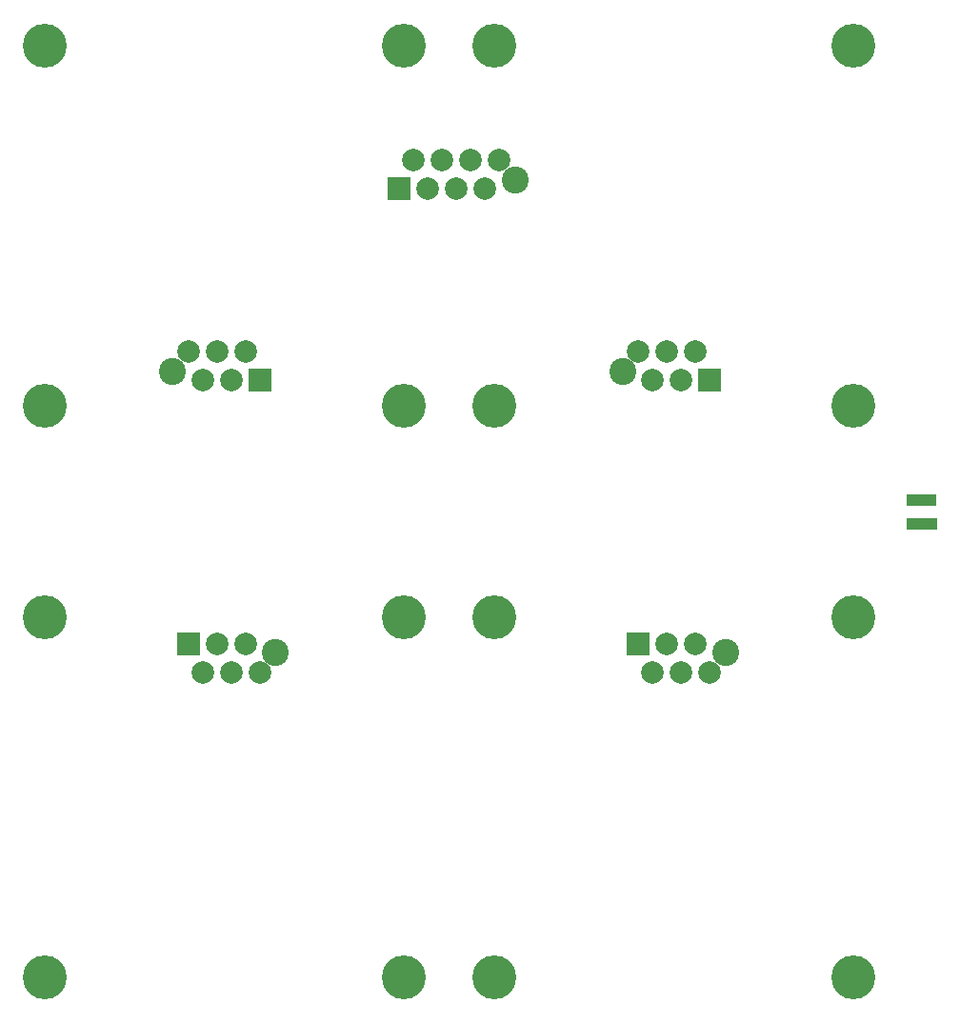
<source format=gbr>
G04 #@! TF.FileFunction,Soldermask,Top*
%FSLAX46Y46*%
G04 Gerber Fmt 4.6, Leading zero omitted, Abs format (unit mm)*
G04 Created by KiCad (PCBNEW 4.0.7) date 2019 March 19, Tuesday 10:43:39*
%MOMM*%
%LPD*%
G01*
G04 APERTURE LIST*
%ADD10C,0.150000*%
%ADD11C,3.900000*%
%ADD12R,2.000000X2.000000*%
%ADD13C,2.000000*%
%ADD14C,2.400000*%
%ADD15R,0.750000X1.000000*%
G04 APERTURE END LIST*
D10*
D11*
X80950000Y-86400000D03*
X49050000Y-86400000D03*
X49050000Y-54400000D03*
X80950000Y-54400000D03*
X49050000Y-3600000D03*
X80950000Y-3600000D03*
X80950000Y-35600000D03*
X49050000Y-35600000D03*
D12*
X28175000Y-33270000D03*
D13*
X26905000Y-30730000D03*
X25635000Y-33270000D03*
X24365000Y-30730000D03*
X23095000Y-33270000D03*
X21825000Y-30730000D03*
D14*
X20425000Y-32530000D03*
D12*
X68175000Y-33270000D03*
D13*
X66905000Y-30730000D03*
X65635000Y-33270000D03*
X64365000Y-30730000D03*
X63095000Y-33270000D03*
X61825000Y-30730000D03*
D14*
X60425000Y-32530000D03*
D11*
X40950000Y-86400000D03*
X9050000Y-86400000D03*
X9050000Y-54400000D03*
X40950000Y-54400000D03*
D15*
X87975000Y-43912068D03*
X87325000Y-43912068D03*
X86675000Y-43912068D03*
X86025000Y-43912068D03*
X86025000Y-46062068D03*
X86675000Y-46062068D03*
X87325000Y-46062068D03*
X88000000Y-46062068D03*
D12*
X61825000Y-56730000D03*
D13*
X63095000Y-59270000D03*
X64365000Y-56730000D03*
X65635000Y-59270000D03*
X66905000Y-56730000D03*
X68175000Y-59270000D03*
D14*
X69575000Y-57470000D03*
D12*
X21825000Y-56730000D03*
D13*
X23095000Y-59270000D03*
X24365000Y-56730000D03*
X25635000Y-59270000D03*
X26905000Y-56730000D03*
X28175000Y-59270000D03*
D14*
X29575000Y-57470000D03*
D12*
X40555000Y-16270000D03*
D13*
X41825000Y-13730000D03*
X43095000Y-16270000D03*
X44365000Y-13730000D03*
X45635000Y-16270000D03*
X46905000Y-13730000D03*
X48175000Y-16270000D03*
X49445000Y-13730000D03*
D14*
X50845000Y-15530000D03*
D11*
X9050000Y-3600000D03*
X40950000Y-3600000D03*
X40950000Y-35600000D03*
X9050000Y-35600000D03*
M02*

</source>
